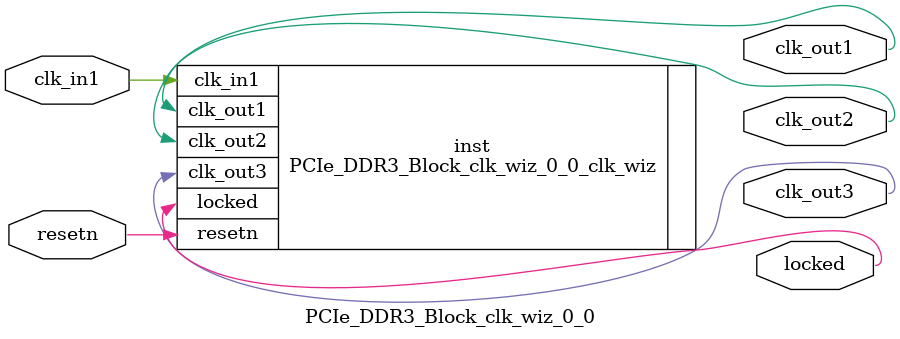
<source format=v>


`timescale 1ps/1ps

(* CORE_GENERATION_INFO = "PCIe_DDR3_Block_clk_wiz_0_0,clk_wiz_v6_0_2_0_0,{component_name=PCIe_DDR3_Block_clk_wiz_0_0,use_phase_alignment=true,use_min_o_jitter=false,use_max_i_jitter=false,use_dyn_phase_shift=false,use_inclk_switchover=false,use_dyn_reconfig=false,enable_axi=0,feedback_source=FDBK_AUTO,PRIMITIVE=MMCM,num_out_clk=3,clkin1_period=5.000,clkin2_period=10.0,use_power_down=false,use_reset=true,use_locked=true,use_inclk_stopped=false,feedback_type=SINGLE,CLOCK_MGR_TYPE=NA,manual_override=false}" *)

module PCIe_DDR3_Block_clk_wiz_0_0 
 (
  // Clock out ports
  output        clk_out1,
  output        clk_out2,
  output        clk_out3,
  // Status and control signals
  input         resetn,
  output        locked,
 // Clock in ports
  input         clk_in1
 );

  PCIe_DDR3_Block_clk_wiz_0_0_clk_wiz inst
  (
  // Clock out ports  
  .clk_out1(clk_out1),
  .clk_out2(clk_out2),
  .clk_out3(clk_out3),
  // Status and control signals               
  .resetn(resetn), 
  .locked(locked),
 // Clock in ports
  .clk_in1(clk_in1)
  );

endmodule

</source>
